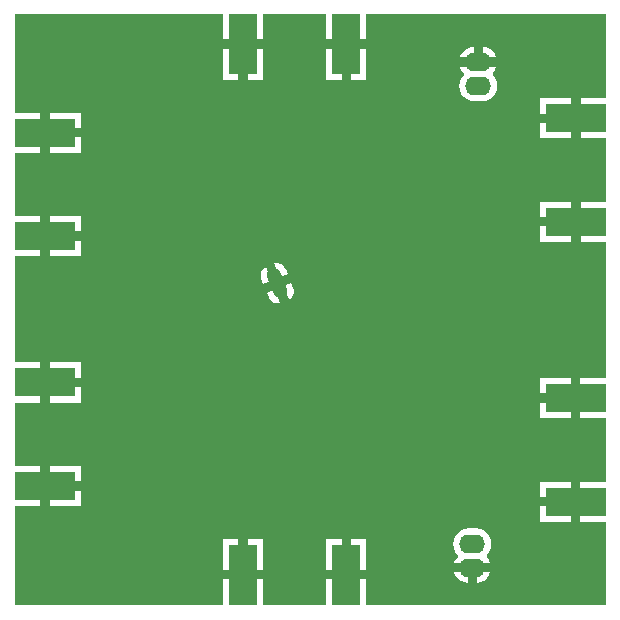
<source format=gbl>
G04*
G04 #@! TF.GenerationSoftware,Altium Limited,Altium Designer,19.0.5 (141)*
G04*
G04 Layer_Physical_Order=2*
G04 Layer_Color=16711680*
%FSLAX44Y44*%
%MOMM*%
G71*
G01*
G75*
%ADD15R,5.0800X2.4130*%
%ADD17R,2.4130X5.0800*%
G04:AMPARAMS|DCode=34|XSize=2.3mm|YSize=1.2mm|CornerRadius=0.3mm|HoleSize=0mm|Usage=FLASHONLY|Rotation=112.000|XOffset=0mm|YOffset=0mm|HoleType=Round|Shape=RoundedRectangle|*
%AMROUNDEDRECTD34*
21,1,2.3000,0.6000,0,0,112.0*
21,1,1.7000,1.2000,0,0,112.0*
1,1,0.6000,-0.0403,0.9005*
1,1,0.6000,0.5966,-0.6757*
1,1,0.6000,0.0403,-0.9005*
1,1,0.6000,-0.5966,0.6757*
%
%ADD34ROUNDEDRECTD34*%
%ADD39O,2.2000X1.6000*%
%ADD40C,3.0000*%
G36*
X-275Y417115D02*
X21356D01*
Y400050D01*
Y382985D01*
X-275D01*
Y329485D01*
X21356D01*
Y312420D01*
Y295355D01*
X-275D01*
Y205660D01*
X21356D01*
Y188595D01*
Y171530D01*
X-275D01*
Y118030D01*
X21356D01*
Y100965D01*
Y83900D01*
X-275D01*
Y51D01*
X-254Y0D01*
X175700D01*
Y21790D01*
X192765D01*
X209830D01*
Y0D01*
X263330D01*
Y21790D01*
X280395D01*
X297460D01*
Y0D01*
X500105D01*
Y70565D01*
X478540D01*
Y87630D01*
Y104695D01*
X500105D01*
Y158195D01*
X478540D01*
Y175260D01*
Y192325D01*
X500105D01*
Y307585D01*
X478705D01*
Y324650D01*
Y341715D01*
X500105D01*
Y395215D01*
X478705D01*
Y412280D01*
Y429345D01*
X500105D01*
Y500329D01*
X500084Y500380D01*
X297460D01*
Y478980D01*
X263330D01*
Y500380D01*
X209830D01*
Y478980D01*
X175700D01*
Y500380D01*
X-275D01*
Y417115D01*
D02*
G37*
%LPC*%
G36*
X388155Y472720D02*
Y463740D01*
X376740D01*
X377799Y466296D01*
X379883Y469012D01*
X382599Y471096D01*
X385761Y472405D01*
X388155Y472720D01*
D02*
G37*
G36*
X396155D02*
X398548Y472405D01*
X401711Y471096D01*
X404426Y469012D01*
X406510Y466296D01*
X407569Y463740D01*
X396155D01*
Y472720D01*
D02*
G37*
G36*
X175700Y470980D02*
X188765D01*
Y444580D01*
X175700D01*
Y470980D01*
D02*
G37*
G36*
X196765D02*
X209830D01*
Y444580D01*
X196765D01*
Y470980D01*
D02*
G37*
G36*
X263330D02*
X276395D01*
Y444580D01*
X263330D01*
Y470980D01*
D02*
G37*
G36*
X284395D02*
X297460D01*
Y444580D01*
X284395D01*
Y470980D01*
D02*
G37*
G36*
X376740Y455740D02*
X407569D01*
X406510Y453184D01*
X404496Y450559D01*
X404305Y450153D01*
Y449327D01*
X404496Y448921D01*
X406510Y446296D01*
X407820Y443134D01*
X408267Y439740D01*
X407820Y436346D01*
X406510Y433184D01*
X404426Y430468D01*
X401711Y428385D01*
X398548Y427075D01*
X395155Y426628D01*
X389155D01*
X385761Y427075D01*
X382599Y428385D01*
X379883Y430468D01*
X377799Y433184D01*
X376489Y436346D01*
X376043Y439740D01*
X376489Y443134D01*
X377799Y446296D01*
X379813Y448921D01*
X380005Y449327D01*
Y450153D01*
X379813Y450559D01*
X377799Y453184D01*
X376740Y455740D01*
D02*
G37*
G36*
X444305Y429345D02*
X470705D01*
Y416280D01*
X444305D01*
Y429345D01*
D02*
G37*
G36*
X29356Y417115D02*
X55756D01*
Y404050D01*
X29356D01*
Y417115D01*
D02*
G37*
G36*
X444305Y408280D02*
X470705D01*
Y395215D01*
X444305D01*
Y408280D01*
D02*
G37*
G36*
X29356Y396050D02*
X55756D01*
Y382985D01*
X29356D01*
Y396050D01*
D02*
G37*
G36*
X444305Y341715D02*
X470705D01*
Y328650D01*
X444305D01*
Y341715D01*
D02*
G37*
G36*
X29356Y329485D02*
X55756D01*
Y316420D01*
X29356D01*
Y329485D01*
D02*
G37*
G36*
X444305Y320650D02*
X470705D01*
Y307585D01*
X444305D01*
Y320650D01*
D02*
G37*
G36*
X29356Y308420D02*
X55756D01*
Y295355D01*
X29356D01*
Y308420D01*
D02*
G37*
G36*
X220589Y289614D02*
X222695Y289595D01*
X224725Y289032D01*
X226540Y287963D01*
X228016Y286461D01*
X229054Y284628D01*
X230739Y280455D01*
X224185Y277807D01*
X219526Y289339D01*
X220589Y289614D01*
D02*
G37*
G36*
X212108Y286342D02*
X216768Y274810D01*
X210213Y272162D01*
X208528Y276334D01*
X208000Y278374D01*
X208018Y280480D01*
X208581Y282510D01*
X209650Y284325D01*
X211153Y285801D01*
X212108Y286342D01*
D02*
G37*
G36*
X233736Y273038D02*
X235422Y268866D01*
X235949Y266826D01*
X235931Y264720D01*
X235368Y262690D01*
X234299Y260875D01*
X232796Y259398D01*
X231841Y258858D01*
X227182Y270390D01*
X233736Y273038D01*
D02*
G37*
G36*
X219764Y267393D02*
X224424Y255861D01*
X223361Y255586D01*
X221254Y255605D01*
X219224Y256168D01*
X217409Y257237D01*
X215933Y258739D01*
X214896Y260572D01*
X213210Y264745D01*
X219764Y267393D01*
D02*
G37*
G36*
X29356Y205660D02*
X55756D01*
Y192595D01*
X29356D01*
Y205660D01*
D02*
G37*
G36*
X444140Y192325D02*
X470540D01*
Y179260D01*
X444140D01*
Y192325D01*
D02*
G37*
G36*
X29356Y184595D02*
X55756D01*
Y171530D01*
X29356D01*
Y184595D01*
D02*
G37*
G36*
X444140Y171260D02*
X470540D01*
Y158195D01*
X444140D01*
Y171260D01*
D02*
G37*
G36*
X29356Y118030D02*
X55756D01*
Y104965D01*
X29356D01*
Y118030D01*
D02*
G37*
G36*
X444140Y104695D02*
X470540D01*
Y91630D01*
X444140D01*
Y104695D01*
D02*
G37*
G36*
X29356Y96965D02*
X55756D01*
Y83900D01*
X29356D01*
Y96965D01*
D02*
G37*
G36*
X444140Y83630D02*
X470540D01*
Y70565D01*
X444140D01*
Y83630D01*
D02*
G37*
G36*
X384075Y65022D02*
X390075D01*
X393468Y64575D01*
X396631Y63266D01*
X399346Y61182D01*
X401430Y58466D01*
X402740Y55304D01*
X403187Y51910D01*
X402740Y48516D01*
X401430Y45354D01*
X399416Y42729D01*
X399225Y42323D01*
Y41497D01*
X399416Y41091D01*
X401430Y38466D01*
X402489Y35910D01*
X387075D01*
X371660D01*
X372719Y38466D01*
X374733Y41091D01*
X374925Y41497D01*
Y42323D01*
X374733Y42729D01*
X372719Y45354D01*
X371409Y48516D01*
X370963Y51910D01*
X371409Y55304D01*
X372719Y58466D01*
X374803Y61182D01*
X377519Y63266D01*
X380681Y64575D01*
X384075Y65022D01*
D02*
G37*
G36*
X175700Y56190D02*
X188765D01*
Y29790D01*
X175700D01*
Y56190D01*
D02*
G37*
G36*
X263330D02*
X276395D01*
Y29790D01*
X263330D01*
Y56190D01*
D02*
G37*
G36*
X196765D02*
X209830D01*
Y29790D01*
X196765D01*
Y56190D01*
D02*
G37*
G36*
X284395D02*
X297460D01*
Y29790D01*
X284395D01*
Y56190D01*
D02*
G37*
G36*
X371660Y27910D02*
X383075D01*
Y18930D01*
X380681Y19245D01*
X377519Y20554D01*
X374803Y22638D01*
X372719Y25354D01*
X371660Y27910D01*
D02*
G37*
G36*
X391075D02*
X402489D01*
X401430Y25354D01*
X399346Y22638D01*
X396631Y20554D01*
X393468Y19245D01*
X391075Y18930D01*
Y27910D01*
D02*
G37*
%LPD*%
D15*
X474540Y175260D02*
D03*
Y87630D02*
D03*
X474705Y412280D02*
D03*
Y324650D02*
D03*
X25356Y100965D02*
D03*
Y188595D02*
D03*
Y312420D02*
D03*
Y400050D02*
D03*
D17*
X280395Y25790D02*
D03*
X192765D02*
D03*
Y474980D02*
D03*
X280395D02*
D03*
D34*
X221975Y272600D02*
D03*
D39*
X387075Y31910D02*
D03*
Y51910D02*
D03*
X392155Y439740D02*
D03*
Y459740D02*
D03*
D40*
X473666Y27940D02*
D03*
X27896D02*
D03*
X27665Y469900D02*
D03*
X473435D02*
D03*
M02*

</source>
